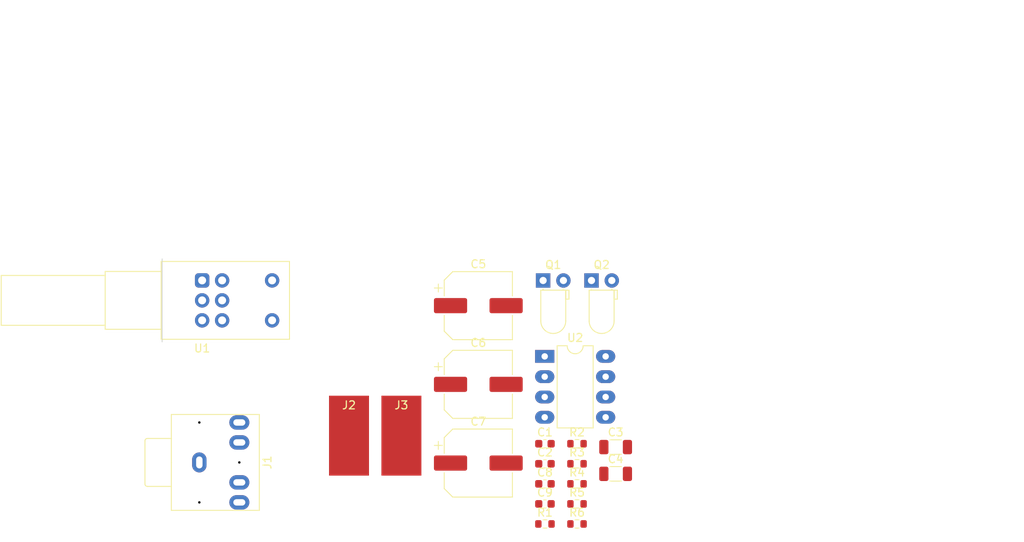
<source format=kicad_pcb>
(kicad_pcb (version 20221018) (generator pcbnew)
  (layers (0 "F.Cu" signal) (31 "B.Cu" signal) (34 "B.Paste" user) (35 "F.Paste" user) (36 "B.SilkS" user "B.Silkscreen") (37 "F.SilkS" user "F.Silkscreen") (38 "B.Mask" user) (39 "F.Mask" user) (44 "Edge.Cuts" user))
  (net 0 "")
  (net 1 "Net-(Q1-C)")
  (net 2 "Net-(C1-Pad2)")
  (net 3 "Net-(Q2-C)")
  (net 4 "Net-(C2-Pad2)")
  (net 5 "Net-(U2-NP1)")
  (net 6 "GND")
  (net 7 "Net-(U2-NP2)")
  (net 8 "VCC")
  (net 9 "Net-(U2-OUT1)")
  (net 10 "Net-(C6-Pad2)")
  (net 11 "Net-(U2-OUT2)")
  (net 12 "Net-(C7-Pad2)")
  (net 13 "Net-(C8-Pad1)")
  (net 14 "Net-(C9-Pad1)")
  (net 17 "Net-(J2-Pin_1)")
  (net 18 "Net-(R2-Pad2)")
  (net 19 "Net-(R4-Pad2)")
  (net 20 "Net-(U2-IN2)")
  (net 21 "Net-(U2-IN1)")
  (footprint "Connector_Wire:SolderWirePad_1x01_SMD_5x10mm" (layer "F.Cu") (at 132.665 113.45)
    (fp_text reference "J2" (at 0 -3.81) (layer "F.SilkS"))
    (fp_text value "Conn_01x01")
    (pad "1" smd rect (at 0 0) (size 5 10) (layers "F.Cu" "F.Paste" "F.Mask") (net 17 "Net-(J2-Pin_1)"))
  )
  (footprint "LED_THT:LED_D3.0mm_Horizontal_O1.27mm_Z2.0mm_IRBlack" (layer "F.Cu") (at 162.985 94.03)
    (fp_text reference "Q2" (at 1.27 -1.96) (layer "F.SilkS"))
    (fp_text value "Q_Photo_NPN")
    (fp_line (start -0.29 1.21) (end -0.29 5.07) (stroke (width 0.12)) (layer "F.SilkS"))
    (fp_line (start -0.29 1.21) (end 2.83 1.21) (stroke (width 0.12)) (layer "F.SilkS"))
    (fp_line (start 0 1.08) (end 0 1.08) (stroke (width 0.12)) (layer "F.SilkS"))
    (fp_line (start 0 1.08) (end 0 1.21) (stroke (width 0.12)) (layer "F.SilkS"))
    (fp_line (start 0 1.21) (end 0 1.08) (stroke (width 0.12)) (layer "F.SilkS"))
    (fp_line (start 0 1.21) (end 0 1.21) (stroke (width 0.12)) (layer "F.SilkS"))
    (fp_line (start 2.54 1.08) (end 2.54 1.08) (stroke (width 0.12)) (layer "F.SilkS"))
    (fp_line (start 2.54 1.08) (end 2.54 1.21) (stroke (width 0.12)) (layer "F.SilkS"))
    (fp_line (start 2.54 1.21) (end 2.54 1.08) (stroke (width 0.12)) (layer "F.SilkS"))
    (fp_line (start 2.54 1.21) (end 2.54 1.21) (stroke (width 0.12)) (layer "F.SilkS"))
    (fp_line (start 2.83 1.21) (end 2.83 5.07) (stroke (width 0.12)) (layer "F.SilkS"))
    (fp_line (start 2.83 1.21) (end 3.23 1.21) (stroke (width 0.12)) (layer "F.SilkS"))
    (fp_line (start 2.83 2.33) (end 2.83 1.21) (stroke (width 0.12)) (layer "F.SilkS"))
    (fp_line (start 3.23 1.21) (end 3.23 2.33) (stroke (width 0.12)) (layer "F.SilkS"))
    (fp_line (start 3.23 2.33) (end 2.83 2.33) (stroke (width 0.12)) (layer "F.SilkS"))
    (fp_arc (start 2.83 5.07) (mid 1.27 6.63) (end -0.29 5.07) (stroke (width 0.12)) (layer "F.SilkS"))
    (pad "1" thru_hole rect (at 0 0) (size 1.8 1.8) (drill 0.9) (layers "*.Cu" "*.Mask") (net 3 "Net-(Q2-C)"))
    (pad "2" thru_hole circle (at 2.54 0) (size 1.8 1.8) (drill 0.9) (layers "*.Cu" "*.Mask") (net 6 "GND"))
  )
  (footprint "Capacitor_SMD:C_1206_3216Metric" (layer "F.Cu") (at 166.005 114.88)
    (fp_text reference "C3" (at 0 -1.85) (layer "F.SilkS"))
    (fp_text value "100uF")
    (fp_line (start -0.711252 -0.91) (end 0.711252 -0.91) (stroke (width 0.12)) (layer "F.SilkS"))
    (fp_line (start -0.711252 0.91) (end 0.711252 0.91) (stroke (width 0.12)) (layer "F.SilkS"))
    (pad "1" smd roundrect (at -1.475 0) (size 1.15 1.8) (layers "F.Cu" "F.Paste" "F.Mask") (roundrect_rratio 0.217391) (net 5 "Net-(U2-NP1)"))
    (pad "2" smd roundrect (at 1.475 0) (size 1.15 1.8) (layers "F.Cu" "F.Paste" "F.Mask") (roundrect_rratio 0.217391) (net 6 "GND"))
  )
  (footprint "Capacitor_SMD:C_0603_1608Metric" (layer "F.Cu") (at 157.165 121.99)
    (fp_text reference "C9" (at 0 -1.43) (layer "F.SilkS"))
    (fp_text value "100nF")
    (fp_line (start -0.14058 -0.51) (end 0.14058 -0.51) (stroke (width 0.12)) (layer "F.SilkS"))
    (fp_line (start -0.14058 0.51) (end 0.14058 0.51) (stroke (width 0.12)) (layer "F.SilkS"))
    (pad "1" smd roundrect (at -0.775 0) (size 0.9 0.95) (layers "F.Cu" "F.Paste" "F.Mask") (net 14 "Net-(C9-Pad1)"))
    (pad "2" smd roundrect (at 0.775 0) (size 0.9 0.95) (layers "F.Cu" "F.Paste" "F.Mask") (net 12 "Net-(C7-Pad2)"))
  )
  (footprint "Capacitor_SMD:CP_Elec_8x11.9" (layer "F.Cu") (at 148.835 107.03)
    (fp_text reference "C6" (at 0 -5.2) (layer "F.SilkS"))
    (fp_text value "470uF")
    (fp_line (start -5.5 -2.21) (end -4.5 -2.21) (stroke (width 0.12)) (layer "F.SilkS"))
    (fp_line (start -5 -2.71) (end -5 -1.71) (stroke (width 0.12)) (layer "F.SilkS"))
    (fp_line (start -4.26 -3.195563) (end -4.26 -1.21) (stroke (width 0.12)) (layer "F.SilkS"))
    (fp_line (start -4.26 -3.195563) (end -3.195563 -4.26) (stroke (width 0.12)) (layer "F.SilkS"))
    (fp_line (start -4.26 3.195563) (end -4.26 1.21) (stroke (width 0.12)) (layer "F.SilkS"))
    (fp_line (start -4.26 3.195563) (end -3.195563 4.26) (stroke (width 0.12)) (layer "F.SilkS"))
    (fp_line (start -3.195563 -4.26) (end 4.26 -4.26) (stroke (width 0.12)) (layer "F.SilkS"))
    (fp_line (start -3.195563 4.26) (end 4.26 4.26) (stroke (width 0.12)) (layer "F.SilkS"))
    (fp_line (start 4.26 -4.26) (end 4.26 -1.21) (stroke (width 0.12)) (layer "F.SilkS"))
    (fp_line (start 4.26 4.26) (end 4.26 1.21) (stroke (width 0.12)) (layer "F.SilkS"))
    (pad "1" smd roundrect (at -3.475 0) (size 4.15 1.9) (layers "F.Cu" "F.Paste" "F.Mask") (roundrect_rratio 0.131579) (net 9 "Net-(U2-OUT1)"))
    (pad "2" smd roundrect (at 3.475 0) (size 4.15 1.9) (layers "F.Cu" "F.Paste" "F.Mask") (roundrect_rratio 0.131579) (net 10 "Net-(C6-Pad2)"))
  )
  (footprint "Capacitor_SMD:CP_Elec_8x11.9" (layer "F.Cu") (at 148.835 116.88)
    (fp_text reference "C7" (at 0 -5.2) (layer "F.SilkS"))
    (fp_text value "470uF")
    (fp_line (start -5.5 -2.21) (end -4.5 -2.21) (stroke (width 0.12)) (layer "F.SilkS"))
    (fp_line (start -5 -2.71) (end -5 -1.71) (stroke (width 0.12)) (layer "F.SilkS"))
    (fp_line (start -4.26 -3.195563) (end -4.26 -1.21) (stroke (width 0.12)) (layer "F.SilkS"))
    (fp_line (start -4.26 -3.195563) (end -3.195563 -4.26) (stroke (width 0.12)) (layer "F.SilkS"))
    (fp_line (start -4.26 3.195563) (end -4.26 1.21) (stroke (width 0.12)) (layer "F.SilkS"))
    (fp_line (start -4.26 3.195563) (end -3.195563 4.26) (stroke (width 0.12)) (layer "F.SilkS"))
    (fp_line (start -3.195563 -4.26) (end 4.26 -4.26) (stroke (width 0.12)) (layer "F.SilkS"))
    (fp_line (start -3.195563 4.26) (end 4.26 4.26) (stroke (width 0.12)) (layer "F.SilkS"))
    (fp_line (start 4.26 -4.26) (end 4.26 -1.21) (stroke (width 0.12)) (layer "F.SilkS"))
    (fp_line (start 4.26 4.26) (end 4.26 1.21) (stroke (width 0.12)) (layer "F.SilkS"))
    (pad "1" smd roundrect (at -3.475 0) (size 4.15 1.9) (layers "F.Cu" "F.Paste" "F.Mask") (roundrect_rratio 0.131579) (net 11 "Net-(U2-OUT2)"))
    (pad "2" smd roundrect (at 3.475 0) (size 4.15 1.9) (layers "F.Cu" "F.Paste" "F.Mask") (roundrect_rratio 0.131579) (net 12 "Net-(C7-Pad2)"))
  )
  (footprint "LED_THT:LED_D3.0mm_Horizontal_O1.27mm_Z2.0mm_IRBlack" (layer "F.Cu") (at 156.935 94.03)
    (fp_text reference "Q1" (at 1.27 -1.96) (layer "F.SilkS"))
    (fp_text value "Q_Photo_NPN")
    (fp_line (start -0.29 1.21) (end -0.29 5.07) (stroke (width 0.12)) (layer "F.SilkS"))
    (fp_line (start -0.29 1.21) (end 2.83 1.21) (stroke (width 0.12)) (layer "F.SilkS"))
    (fp_line (start 0 1.08) (end 0 1.08) (stroke (width 0.12)) (layer "F.SilkS"))
    (fp_line (start 0 1.08) (end 0 1.21) (stroke (width 0.12)) (layer "F.SilkS"))
    (fp_line (start 0 1.21) (end 0 1.08) (stroke (width 0.12)) (layer "F.SilkS"))
    (fp_line (start 0 1.21) (end 0 1.21) (stroke (width 0.12)) (layer "F.SilkS"))
    (fp_line (start 2.54 1.08) (end 2.54 1.08) (stroke (width 0.12)) (layer "F.SilkS"))
    (fp_line (start 2.54 1.08) (end 2.54 1.21) (stroke (width 0.12)) (layer "F.SilkS"))
    (fp_line (start 2.54 1.21) (end 2.54 1.08) (stroke (width 0.12)) (layer "F.SilkS"))
    (fp_line (start 2.54 1.21) (end 2.54 1.21) (stroke (width 0.12)) (layer "F.SilkS"))
    (fp_line (start 2.83 1.21) (end 2.83 5.07) (stroke (width 0.12)) (layer "F.SilkS"))
    (fp_line (start 2.83 1.21) (end 3.23 1.21) (stroke (width 0.12)) (layer "F.SilkS"))
    (fp_line (start 2.83 2.33) (end 2.83 1.21) (stroke (width 0.12)) (layer "F.SilkS"))
    (fp_line (start 3.23 1.21) (end 3.23 2.33) (stroke (width 0.12)) (layer "F.SilkS"))
    (fp_line (start 3.23 2.33) (end 2.83 2.33) (stroke (width 0.12)) (layer "F.SilkS"))
    (fp_arc (start 2.83 5.07) (mid 1.27 6.63) (end -0.29 5.07) (stroke (width 0.12)) (layer "F.SilkS"))
    (pad "1" thru_hole rect (at 0 0) (size 1.8 1.8) (drill 0.9) (layers "*.Cu" "*.Mask") (net 1 "Net-(Q1-C)"))
    (pad "2" thru_hole circle (at 2.54 0) (size 1.8 1.8) (drill 0.9) (layers "*.Cu" "*.Mask") (net 6 "GND"))
  )
  (footprint "Potentiometer_THT:Potentiometer_Alps_RK097_Dual_Horizontal_Switch" (layer "F.Cu") (at 114.3 94.02)
    (fp_text reference "U1" (at 0 8.5 180) (layer "F.SilkS"))
    (fp_text value "~")
    (fp_line (start -25.12 5.62) (end -25.12 -0.62) (stroke (width 0.12)) (layer "F.SilkS"))
    (fp_line (start -12.12 -0.62) (end -25.12 -0.62) (stroke (width 0.12)) (layer "F.SilkS"))
    (fp_line (start -12.12 5.62) (end -25.12 5.62) (stroke (width 0.12)) (layer "F.SilkS"))
    (fp_line (start -12.12 6.12) (end -12.12 -1.12) (stroke (width 0.12)) (layer "F.SilkS"))
    (fp_line (start -5.12 -1.12) (end -12.12 -1.12) (stroke (width 0.12)) (layer "F.SilkS"))
    (fp_line (start -5.12 6.12) (end -12.12 6.12) (stroke (width 0.12)) (layer "F.SilkS"))
    (fp_line (start -5.12 7.37) (end -5.12 -2.37) (stroke (width 0.12)) (layer "F.SilkS"))
    (fp_line (start 10.921 -2.37) (end -5.12 -2.37) (stroke (width 0.12)) (layer "F.SilkS"))
    (fp_line (start 10.921 7.37) (end -5.12 7.37) (stroke (width 0.12)) (layer "F.SilkS"))
    (fp_line (start 10.921 7.37) (end 10.921 -2.37) (stroke (width 0.12)) (layer "F.SilkS"))
    (fp_line (start -5 -2.7) (end -5 7.7) (stroke (width 0.1)) (layer "Edge.Cuts"))
    (pad "1" thru_hole roundrect (at 0 0 180) (size 1.8 1.8) (drill 1) (layers "*.Cu" "*.Mask") (net 6 "GND"))
    (pad "2" thru_hole circle (at 0 2.5 180) (size 1.8 1.8) (drill 1) (layers "*.Cu" "*.Mask") (net 20 "Net-(U2-IN2)"))
    (pad "3" thru_hole circle (at 0 5 180) (size 1.8 1.8) (drill 1) (layers "*.Cu" "*.Mask") (net 19 "Net-(R4-Pad2)"))
    (pad "4" thru_hole circle (at 2.5 0 180) (size 1.8 1.8) (drill 1) (layers "*.Cu" "*.Mask") (net 6 "GND"))
    (pad "5" thru_hole circle (at 2.5 2.5 180) (size 1.8 1.8) (drill 1) (layers "*.Cu" "*.Mask") (net 21 "Net-(U2-IN1)"))
    (pad "6" thru_hole circle (at 2.5 5 180) (size 1.8 1.8) (drill 1) (layers "*.Cu" "*.Mask") (net 18 "Net-(R2-Pad2)"))
    (pad "7" thru_hole circle (at 8.75 0 180) (size 1.8 1.8) (drill 1) (layers "*.Cu" "*.Mask") (net 8 "VCC"))
    (pad "8" thru_hole circle (at 8.75 5 180) (size 1.8 1.8) (drill 1) (layers "*.Cu" "*.Mask") (net 17 "Net-(J2-Pin_1)"))
  )
  (footprint "Capacitor_SMD:C_1206_3216Metric" (layer "F.Cu") (at 166.005 118.23)
    (fp_text reference "C4" (at 0 -1.85) (layer "F.SilkS"))
    (fp_text value "100uF")
    (fp_line (start -0.711252 -0.91) (end 0.711252 -0.91) (stroke (width 0.12)) (layer "F.SilkS"))
    (fp_line (start -0.711252 0.91) (end 0.711252 0.91) (stroke (width 0.12)) (layer "F.SilkS"))
    (pad "1" smd roundrect (at -1.475 0) (size 1.15 1.8) (layers "F.Cu" "F.Paste" "F.Mask") (roundrect_rratio 0.217391) (net 7 "Net-(U2-NP2)"))
    (pad "2" smd roundrect (at 1.475 0) (size 1.15 1.8) (layers "F.Cu" "F.Paste" "F.Mask") (roundrect_rratio 0.217391) (net 6 "GND"))
  )
  (footprint "Connector_Wire:SolderWirePad_1x01_SMD_5x10mm" (layer "F.Cu") (at 139.215 113.45)
    (fp_text reference "J3" (at 0 -3.81) (layer "F.SilkS"))
    (fp_text value "Conn_01x01")
    (pad "1" smd rect (at 0 0) (size 5 10) (layers "F.Cu" "F.Paste" "F.Mask") (net 6 "GND"))
  )
  (footprint "Capacitor_SMD:C_0603_1608Metric" (layer "F.Cu") (at 157.165 114.46)
    (fp_text reference "C1" (at 0 -1.43) (layer "F.SilkS"))
    (fp_text value "47nF")
    (fp_line (start -0.14058 -0.51) (end 0.14058 -0.51) (stroke (width 0.12)) (layer "F.SilkS"))
    (fp_line (start -0.14058 0.51) (end 0.14058 0.51) (stroke (width 0.12)) (layer "F.SilkS"))
    (pad "1" smd roundrect (at -0.775 0) (size 0.9 0.95) (layers "F.Cu" "F.Paste" "F.Mask") (net 1 "Net-(Q1-C)"))
    (pad "2" smd roundrect (at 0.775 0) (size 0.9 0.95) (layers "F.Cu" "F.Paste" "F.Mask") (net 2 "Net-(C1-Pad2)"))
  )
  (footprint "Resistor_SMD:R_0603_1608Metric" (layer "F.Cu") (at 161.175 116.97)
    (fp_text reference "R3" (at 0 -1.43) (layer "F.SilkS"))
    (fp_text value "10k")
    (fp_line (start -0.237258 -0.5225) (end 0.237258 -0.5225) (stroke (width 0.12)) (layer "F.SilkS"))
    (fp_line (start -0.237258 0.5225) (end 0.237258 0.5225) (stroke (width 0.12)) (layer "F.SilkS"))
    (pad "1" smd roundrect (at -0.825 0) (size 0.8 0.95) (layers "F.Cu" "F.Paste" "F.Mask") (net 8 "VCC"))
    (pad "2" smd roundrect (at 0.825 0) (size 0.8 0.95) (layers "F.Cu" "F.Paste" "F.Mask") (net 3 "Net-(Q2-C)"))
  )
  (footprint "Package_DIP:DIP-8_W7.62mm_LongPads" (layer "F.Cu") (at 157.135 103.53)
    (fp_text reference "U2" (at 3.81 -2.33) (layer "F.SilkS"))
    (fp_text value "~")
    (fp_line (start 1.56 -1.33) (end 1.56 8.95) (stroke (width 0.12)) (layer "F.SilkS"))
    (fp_line (start 1.56 8.95) (end 6.06 8.95) (stroke (width 0.12)) (layer "F.SilkS"))
    (fp_line (start 2.81 -1.33) (end 1.56 -1.33) (stroke (width 0.12)) (layer "F.SilkS"))
    (fp_line (start 6.06 -1.33) (end 4.81 -1.33) (stroke (width 0.12)) (layer "F.SilkS"))
    (fp_line (start 6.06 8.95) (end 6.06 -1.33) (stroke (width 0.12)) (layer "F.SilkS"))
    (fp_arc (start 4.81 -1.33) (mid 3.81 -0.33) (end 2.81 -1.33) (stroke (width 0.12)) (layer "F.SilkS"))
    (pad "1" thru_hole rect (at 0 0) (size 2.4 1.6) (drill 0.8) (layers "*.Cu" "*.Mask") (net 9 "Net-(U2-OUT1)"))
    (pad "2" thru_hole oval (at 0 2.54) (size 2.4 1.6) (drill 0.8) (layers "*.Cu" "*.Mask") (net 8 "VCC"))
    (pad "3" thru_hole oval (at 0 5.08) (size 2.4 1.6) (drill 0.8) (layers "*.Cu" "*.Mask") (net 11 "Net-(U2-OUT2)"))
    (pad "4" thru_hole oval (at 0 7.62) (size 2.4 1.6) (drill 0.8) (layers "*.Cu" "*.Mask") (net 6 "GND"))
    (pad "5" thru_hole oval (at 7.62 7.62) (size 2.4 1.6) (drill 0.8) (layers "*.Cu" "*.Mask") (net 7 "Net-(U2-NP2)"))
    (pad "6" thru_hole oval (at 7.62 5.08) (size 2.4 1.6) (drill 0.8) (layers "*.Cu" "*.Mask") (net 20 "Net-(U2-IN2)"))
    (pad "7" thru_hole oval (at 7.62 2.54) (size 2.4 1.6) (drill 0.8) (layers "*.Cu" "*.Mask") (net 21 "Net-(U2-IN1)"))
    (pad "8" thru_hole oval (at 7.62 0) (size 2.4 1.6) (drill 0.8) (layers "*.Cu" "*.Mask") (net 5 "Net-(U2-NP1)"))
  )
  (footprint "Resistor_SMD:R_0603_1608Metric" (layer "F.Cu") (at 161.175 121.99)
    (fp_text reference "R5" (at 0 -1.43) (layer "F.SilkS"))
    (fp_text value "4.7")
    (fp_line (start -0.237258 -0.5225) (end 0.237258 -0.5225) (stroke (width 0.12)) (layer "F.SilkS"))
    (fp_line (start -0.237258 0.5225) (end 0.237258 0.5225) (stroke (width 0.12)) (layer "F.SilkS"))
    (pad "1" smd roundrect (at -0.825 0) (size 0.8 0.95) (layers "F.Cu" "F.Paste" "F.Mask") (net 6 "GND"))
    (pad "2" smd roundrect (at 0.825 0) (size 0.8 0.95) (layers "F.Cu" "F.Paste" "F.Mask") (net 13 "Net-(C8-Pad1)"))
  )
  (footprint "Capacitor_SMD:C_0603_1608Metric" (layer "F.Cu") (at 157.165 116.97)
    (fp_text reference "C2" (at 0 -1.43) (layer "F.SilkS"))
    (fp_text value "47nF")
    (fp_line (start -0.14058 -0.51) (end 0.14058 -0.51) (stroke (width 0.12)) (layer "F.SilkS"))
    (fp_line (start -0.14058 0.51) (end 0.14058 0.51) (stroke (width 0.12)) (layer "F.SilkS"))
    (pad "1" smd roundrect (at -0.775 0) (size 0.9 0.95) (layers "F.Cu" "F.Paste" "F.Mask") (net 3 "Net-(Q2-C)"))
    (pad "2" smd roundrect (at 0.775 0) (size 0.9 0.95) (layers "F.Cu" "F.Paste" "F.Mask") (net 4 "Net-(C2-Pad2)"))
  )
  (footprint "Resistor_SMD:R_0603_1608Metric" (layer "F.Cu") (at 161.175 119.48)
    (fp_text reference "R4" (at 0 -1.43) (layer "F.SilkS"))
    (fp_text value "100k")
    (fp_line (start -0.237258 -0.5225) (end 0.237258 -0.5225) (stroke (width 0.12)) (layer "F.SilkS"))
    (fp_line (start -0.237258 0.5225) (end 0.237258 0.5225) (stroke (width 0.12)) (layer "F.SilkS"))
    (pad "1" smd roundrect (at -0.825 0) (size 0.8 0.95) (layers "F.Cu" "F.Paste" "F.Mask") (net 4 "Net-(C2-Pad2)"))
    (pad "2" smd roundrect (at 0.825 0) (size 0.8 0.95) (layers "F.Cu" "F.Paste" "F.Mask") (net 19 "Net-(R4-Pad2)"))
  )
  (footprint "Capacitor_SMD:C_0603_1608Metric" (layer "F.Cu") (at 157.165 119.48)
    (fp_text reference "C8" (at 0 -1.43) (layer "F.SilkS"))
    (fp_text value "100nF")
    (fp_line (start -0.14058 -0.51) (end 0.14058 -0.51) (stroke (width 0.12)) (layer "F.SilkS"))
    (fp_line (start -0.14058 0.51) (end 0.14058 0.51) (stroke (width 0.12)) (layer "F.SilkS"))
    (pad "1" smd roundrect (at -0.775 0) (size 0.9 0.95) (layers "F.Cu" "F.Paste" "F.Mask") (net 13 "Net-(C8-Pad1)"))
    (pad "2" smd roundrect (at 0.775 0) (size 0.9 0.95) (layers "F.Cu" "F.Paste" "F.Mask") (net 10 "Net-(C6-Pad2)"))
  )
  (footprint "Resistor_SMD:R_0603_1608Metric" (layer "F.Cu") (at 161.175 124.5)
    (fp_text reference "R6" (at 0 -1.43) (layer "F.SilkS"))
    (fp_text value "4.7")
    (fp_line (start -0.237258 -0.5225) (end 0.237258 -0.5225) (stroke (width 0.12)) (layer "F.SilkS"))
    (fp_line (start -0.237258 0.5225) (end 0.237258 0.5225) (stroke (width 0.12)) (layer "F.SilkS"))
    (pad "1" smd roundrect (at -0.825 0) (size 0.8 0.95) (layers "F.Cu" "F.Paste" "F.Mask") (net 6 "GND"))
    (pad "2" smd roundrect (at 0.825 0) (size 0.8 0.95) (layers "F.Cu" "F.Paste" "F.Mask") (net 14 "Net-(C9-Pad1)"))
  )
  (footprint "Loical_Library:MJ-495A" (layer "F.Cu") (at 110.45 116.8 90)
    (fp_text reference "J1" (at 0 12 90 unlocked) (layer "F.SilkS"))
    (fp_text value "AudioJack3_SwitchTR")
    (fp_line (start -6 0) (end 0 0) (stroke (width 0.12)) (layer "F.SilkS"))
    (fp_line (start -6 11) (end -6 0) (stroke (width 0.12)) (layer "F.SilkS"))
    (fp_line (start -3 0) (end -3 -3) (stroke (width 0.12)) (layer "F.SilkS"))
    (fp_line (start 0 0) (end 6 0) (stroke (width 0.12)) (layer "F.SilkS"))
    (fp_line (start 2.7 -3.3) (end -2.7 -3.3) (stroke (width 0.12)) (layer "F.SilkS"))
    (fp_line (start 3 0) (end 3 -3) (stroke (width 0.12)) (layer "F.SilkS"))
    (fp_line (start 6 0) (end 6 11) (stroke (width 0.12)) (layer "F.SilkS"))
    (fp_line (start 6 11) (end -6 11) (stroke (width 0.12)) (layer "F.SilkS"))
    (fp_arc (start -3 -3) (mid -2.912132 -3.212132) (end -2.7 -3.3) (stroke (width 0.12)) (layer "F.SilkS"))
    (fp_arc (start 2.7 -3.3) (mid 2.912132 -3.212132) (end 3 -3) (stroke (width 0.12)) (layer "F.SilkS"))
    (pad "" np_thru_hole circle (at -5 3.5 180) (size 0.3 0.3) (drill 1.2) (layers "*.Mask"))
    (pad "" np_thru_hole circle (at 0 8.5 180) (size 0.3 0.3) (drill 1.2) (layers "*.Mask"))
    (pad "" np_thru_hole circle (at 5 3.5 180) (size 0.3 0.3) (drill 1.2) (layers "*.Mask"))
    (pad "R" thru_hole oval (at -5 8.5 180) (size 2.5 1.8) (drill oval 1.5 0.8) (layers "*.Cu" "*.Mask") (net 12 "Net-(C7-Pad2)"))
    (pad "RN" thru_hole oval (at -2.5 8.5 180) (size 2.5 1.8) (drill oval 1.5 0.8) (layers "*.Cu" "*.Mask"))
    (pad "S" thru_hole oval (at 0 3.5 90) (size 2.5 1.8) (drill oval 1.5 0.8) (layers "*.Cu" "*.Mask") (net 6 "GND"))
    (pad "T" thru_hole oval (at 5 8.5 180) (size 2.5 1.8) (drill oval 1.5 0.8) (layers "*.Cu" "*.Mask") (net 10 "Net-(C6-Pad2)"))
    (pad "TN" thru_hole oval (at 2.5 8.5 180) (size 2.5 1.8) (drill oval 1.5 0.8) (layers "*.Cu" "*.Mask"))
  )
  (footprint "Resistor_SMD:R_0603_1608Metric" (layer "F.Cu") (at 157.165 124.5)
    (fp_text reference "R1" (at 0 -1.43) (layer "F.SilkS"))
    (fp_text value "10k")
    (fp_line (start -0.237258 -0.5225) (end 0.237258 -0.5225) (stroke (width 0.12)) (layer "F.SilkS"))
    (fp_line (start -0.237258 0.5225) (end 0.237258 0.5225) (stroke (width 0.12)) (layer "F.SilkS"))
    (pad "1" smd roundrect (at -0.825 0) (size 0.8 0.95) (layers "F.Cu" "F.Paste" "F.Mask") (net 8 "VCC"))
    (pad "2" smd roundrect (at 0.825 0) (size 0.8 0.95) (layers "F.Cu" "F.Paste" "F.Mask") (net 1 "Net-(Q1-C)"))
  )
  (footprint "Resistor_SMD:R_0603_1608Metric" (layer "F.Cu") (at 161.175 114.46)
    (fp_text reference "R2" (at 0 -1.43) (layer "F.SilkS"))
    (fp_text value "100k")
    (fp_line (start -0.237258 -0.5225) (end 0.237258 -0.5225) (stroke (width 0.12)) (layer "F.SilkS"))
    (fp_line (start -0.237258 0.5225) (end 0.237258 0.5225) (stroke (width 0.12)) (layer "F.SilkS"))
    (pad "1" smd roundrect (at -0.825 0) (size 0.8 0.95) (layers "F.Cu" "F.Paste" "F.Mask") (net 2 "Net-(C1-Pad2)"))
    (pad "2" smd roundrect (at 0.825 0) (size 0.8 0.95) (layers "F.Cu" "F.Paste" "F.Mask") (net 18 "Net-(R2-Pad2)"))
  )
  (footprint "Capacitor_SMD:CP_Elec_8x11.9" (layer "F.Cu") (at 148.835 97.18)
    (fp_text reference "C5" (at 0 -5.2) (layer "F.SilkS"))
    (fp_text value "470uF")
    (fp_line (start -5.5 -2.21) (end -4.5 -2.21) (stroke (width 0.12)) (layer "F.SilkS"))
    (fp_line (start -5 -2.71) (end -5 -1.71) (stroke (width 0.12)) (layer "F.SilkS"))
    (fp_line (start -4.26 -3.195563) (end -4.26 -1.21) (stroke (width 0.12)) (layer "F.SilkS"))
    (fp_line (start -4.26 -3.195563) (end -3.195563 -4.26) (stroke (width 0.12)) (layer "F.SilkS"))
    (fp_line (start -4.26 3.195563) (end -4.26 1.21) (stroke (width 0.12)) (layer "F.SilkS"))
    (fp_line (start -4.26 3.195563) (end -3.195563 4.26) (stroke (width 0.12)) (layer "F.SilkS"))
    (fp_line (start -3.195563 -4.26) (end 4.26 -4.26) (stroke (width 0.12)) (layer "F.SilkS"))
    (fp_line (start -3.195563 4.26) (end 4.26 4.26) (stroke (width 0.12)) (layer "F.SilkS"))
    (fp_line (start 4.26 -4.26) (end 4.26 -1.21) (stroke (width 0.12)) (layer "F.SilkS"))
    (fp_line (start 4.26 4.26) (end 4.26 1.21) (stroke (width 0.12)) (layer "F.SilkS"))
    (pad "1" smd roundrect (at -3.475 0) (size 4.15 1.9) (layers "F.Cu" "F.Paste" "F.Mask") (roundrect_rratio 0.131579) (net 8 "VCC"))
    (pad "2" smd roundrect (at 3.475 0) (size 4.15 1.9) (layers "F.Cu" "F.Paste" "F.Mask") (roundrect_rratio 0.131579) (net 6 "GND"))
  )
)
</source>
